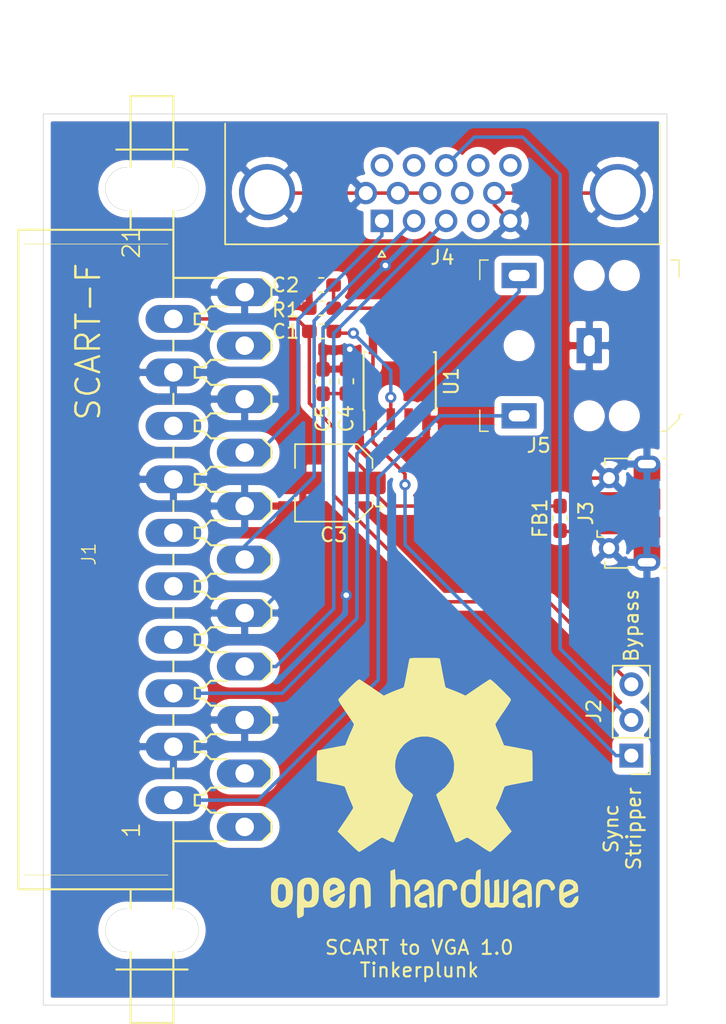
<source format=kicad_pcb>
(kicad_pcb (version 20171130) (host pcbnew "(5.1.0)-1")
  (layers (0 F.Cu signal) (31 B.Cu signal) (34 B.Paste user) (35 F.Paste user) (36 B.SilkS user) (37 F.SilkS user) (38 B.Mask user) (39 F.Mask user) (44 Edge.Cuts user))
  (net 0 "")
  (net 1 "Net-(C1-Pad1)")
  (net 2 SYNC_IN)
  (net 3 GND)
  (net 4 "Net-(C2-Pad1)")
  (net 5 "Net-(C3-Pad1)")
  (net 6 "Net-(FB1-Pad1)")
  (net 7 "Net-(J1-Pad1)")
  (net 8 RIGHT)
  (net 9 "Net-(J1-Pad3)")
  (net 10 LEFT)
  (net 11 BLUE)
  (net 12 "Net-(J1-Pad8)")
  (net 13 "Net-(J1-Pad10)")
  (net 14 GREEN)
  (net 15 "Net-(J1-Pad12)")
  (net 16 RED)
  (net 17 "Net-(J1-Pad16)")
  (net 18 "Net-(J1-Pad19)")
  (net 19 "Net-(J2-Pad1)")
  (net 20 SYNC_OUT)
  (net 21 "Net-(J3-Pad2)")
  (net 22 "Net-(J3-Pad4)")
  (net 23 "Net-(J3-Pad3)")
  (net 24 "Net-(J4-Pad4)")
  (net 25 "Net-(J4-Pad9)")
  (net 26 "Net-(J4-Pad11)")
  (net 27 "Net-(J4-Pad12)")
  (net 28 "Net-(J4-Pad14)")
  (net 29 "Net-(J4-Pad15)")
  (net 30 "Net-(U1-Pad3)")
  (net 31 "Net-(U1-Pad5)")
  (net 32 "Net-(U1-Pad7)")
  (module Connector_Dsub:DSUB-15-HD_Female_Horizontal_P2.29x1.98mm_EdgePinOffset3.03mm_Housed_MountingHolesOffset4.94mm (layer F.Cu) (at 103.632 78.613 180)
    (fp_text reference J4 (at 0.257 -7.817 180) (layer F.SilkS))
    (fp_text value DB15_Female_HighDensity)
    (pad 1 thru_hole rect (at 4.572 -5.207 180) (size 1.6 1.6) (drill 1) (layers *.Cu *.Mask) (net 16 RED))
    (pad 2 thru_hole circle (at 2.282 -5.207 180) (size 1.6 1.6) (drill 1) (layers *.Cu *.Mask) (net 14 GREEN))
    (pad 3 thru_hole circle (at -0.008 -5.207 180) (size 1.6 1.6) (drill 1) (layers *.Cu *.Mask) (net 11 BLUE))
    (pad 4 thru_hole circle (at -2.298 -5.207 180) (size 1.6 1.6) (drill 1) (layers *.Cu *.Mask) (net 24 "Net-(J4-Pad4)"))
    (pad 5 thru_hole circle (at -4.588 -5.207 180) (size 1.6 1.6) (drill 1) (layers *.Cu *.Mask) (net 3 GND))
    (pad 6 thru_hole circle (at 5.717 -3.227 180) (size 1.6 1.6) (drill 1) (layers *.Cu *.Mask) (net 3 GND))
    (pad 7 thru_hole circle (at 3.427 -3.227 180) (size 1.6 1.6) (drill 1) (layers *.Cu *.Mask) (net 3 GND))
    (pad 8 thru_hole circle (at 1.137 -3.227 180) (size 1.6 1.6) (drill 1) (layers *.Cu *.Mask) (net 3 GND))
    (pad 9 thru_hole circle (at -1.153 -3.227 180) (size 1.6 1.6) (drill 1) (layers *.Cu *.Mask) (net 25 "Net-(J4-Pad9)"))
    (pad 10 thru_hole circle (at -3.443 -3.227 180) (size 1.6 1.6) (drill 1) (layers *.Cu *.Mask) (net 3 GND))
    (pad 11 thru_hole circle (at 4.572 -1.247 180) (size 1.6 1.6) (drill 1) (layers *.Cu *.Mask) (net 26 "Net-(J4-Pad11)"))
    (pad 12 thru_hole circle (at 2.282 -1.247 180) (size 1.6 1.6) (drill 1) (layers *.Cu *.Mask) (net 27 "Net-(J4-Pad12)"))
    (pad 13 thru_hole circle (at -0.008 -1.247 180) (size 1.6 1.6) (drill 1) (layers *.Cu *.Mask) (net 20 SYNC_OUT))
    (pad 14 thru_hole circle (at -2.298 -1.247 180) (size 1.6 1.6) (drill 1) (layers *.Cu *.Mask) (net 28 "Net-(J4-Pad14)"))
    (pad 15 thru_hole circle (at -4.588 -1.247 180) (size 1.6 1.6) (drill 1) (layers *.Cu *.Mask) (net 29 "Net-(J4-Pad15)"))
    (pad 0 thru_hole circle (at -12.243 -3.157 180) (size 4 4) (drill 3.2) (layers *.Cu *.Mask) (net 3 GND))
    (pad 0 thru_hole circle (at 12.757 -3.157 180) (size 4 4) (drill 3.2) (layers *.Cu *.Mask) (net 3 GND))
  )
  (module Symbol:OSHW-Logo2_24.3x20mm_SilkScreen (layer F.Cu) (at 102.108 124.206)
    (fp_text reference REF** hide)
    (fp_text value OSHW-Logo2_24.3x20mm_SilkScreen hide)
  )
  (module digikey-footprints:Headphone_Jack_3.5mm_SJ1-3523N (layer F.Cu) (at 108.839 92.71 180)
    (fp_text reference J5 (at -1.397 -7.112 180) (layer F.SilkS))
    (fp_text value AudioJack3)
    (pad R thru_hole rect (at 0 -5 180) (size 2.5 1.8) (drill oval 1.5 0.8) (layers *.Cu *.Mask) (net 8 RIGHT))
    (pad T thru_hole rect (at 0 5 180) (size 2.5 1.8) (drill oval 1.5 0.8) (layers *.Cu *.Mask) (net 10 LEFT))
    (pad S thru_hole rect (at -5 0 180) (size 1.8 2.5) (drill oval 0.8 1.5) (layers *.Cu *.Mask) (net 3 GND))
    (pad "" np_thru_hole circle (at 0 0 180) (size 1.2 1.2) (drill 1.2) (layers *.Cu *.Mask))
    (pad "" np_thru_hole circle (at -5 -5 180) (size 1.2 1.2) (drill 1.2) (layers *.Cu *.Mask))
    (pad "" np_thru_hole circle (at -7.5 -5 180) (size 1.2 1.2) (drill 1.2) (layers *.Cu *.Mask))
    (pad "" np_thru_hole circle (at -5 5 180) (size 1.2 1.2) (drill 1.2) (layers *.Cu *.Mask))
    (pad "" np_thru_hole circle (at -7.5 5 180) (size 1.2 1.2) (drill 1.2) (layers *.Cu *.Mask))
  )
  (module Capacitor_SMD:C_0603_1608Metric_Pad1.05x0.95mm_HandSolder (layer F.Cu) (at 94.7674 91.694 180)
    (fp_text reference C1 (at 2.5654 0 180) (layer F.SilkS))
    (fp_text value 100nF)
    (pad 1 smd roundrect (at -0.875 0 180) (size 1.05 0.95) (layers F.Cu F.Paste F.Mask) (net 1 "Net-(C1-Pad1)"))
    (pad 2 smd roundrect (at 0.875 0 180) (size 1.05 0.95) (layers F.Cu F.Paste F.Mask) (net 2 SYNC_IN))
  )
  (module Capacitor_SMD:C_0603_1608Metric_Pad1.05x0.95mm_HandSolder (layer F.Cu) (at 94.742 88.392 180)
    (fp_text reference C2 (at 2.54 0 180) (layer F.SilkS))
    (fp_text value 100nF)
    (pad 2 smd roundrect (at 0.875 0 180) (size 1.05 0.95) (layers F.Cu F.Paste F.Mask) (net 3 GND))
    (pad 1 smd roundrect (at -0.875 0 180) (size 1.05 0.95) (layers F.Cu F.Paste F.Mask) (net 4 "Net-(C2-Pad1)"))
  )
  (module Capacitor_SMD:CP_Elec_5x5.3 (layer F.Cu) (at 95.631 102.489 180)
    (fp_text reference C3 (at 0 -3.7 180) (layer F.SilkS))
    (fp_text value 10uF)
    (pad 1 smd roundrect (at -2.2 0 180) (size 3 1.6) (layers F.Cu F.Paste F.Mask) (roundrect_rratio 0.15625) (net 5 "Net-(C3-Pad1)"))
    (pad 2 smd roundrect (at 2.2 0 180) (size 3 1.6) (layers F.Cu F.Paste F.Mask) (roundrect_rratio 0.15625) (net 3 GND))
  )
  (module Capacitor_SMD:C_0603_1608Metric_Pad1.05x0.95mm_HandSolder (layer F.Cu) (at 96.52 95.25 270)
    (fp_text reference C4 (at 2.667 0 270) (layer F.SilkS))
    (fp_text value 100nF)
    (pad 2 smd roundrect (at 0.875 0 270) (size 1.05 0.95) (layers F.Cu F.Paste F.Mask) (net 5 "Net-(C3-Pad1)"))
    (pad 1 smd roundrect (at -0.875 0 270) (size 1.05 0.95) (layers F.Cu F.Paste F.Mask) (net 3 GND))
  )
  (module Capacitor_SMD:C_0603_1608Metric_Pad1.05x0.95mm_HandSolder (layer F.Cu) (at 94.869 95.264 270)
    (fp_text reference C5 (at 2.653 0 270) (layer F.SilkS))
    (fp_text value 10nF)
    (pad 1 smd roundrect (at -0.875 0 270) (size 1.05 0.95) (layers F.Cu F.Paste F.Mask) (net 3 GND))
    (pad 2 smd roundrect (at 0.875 0 270) (size 1.05 0.95) (layers F.Cu F.Paste F.Mask) (net 5 "Net-(C3-Pad1)"))
  )
  (module Inductor_SMD:L_0603_1608Metric_Pad1.05x0.95mm_HandSolder (layer F.Cu) (at 111.76 105.015 90)
    (fp_text reference FB1 (at 0 -1.43 90) (layer F.SilkS))
    (fp_text value 220OHM)
    (pad 1 smd roundrect (at -0.875 0 90) (size 1.05 0.95) (layers F.Cu F.Paste F.Mask) (net 6 "Net-(FB1-Pad1)"))
    (pad 2 smd roundrect (at 0.875 0 90) (size 1.05 0.95) (layers F.Cu F.Paste F.Mask) (net 5 "Net-(C3-Pad1)"))
  )
  (module "SCART to DVI-A Compact:SCART-F" (layer F.Cu) (at 84.201 107.95 270)
    (fp_text reference J1 (at 0.508 5.461 270) (layer F.SilkS) (effects (font (size 0.9652 0.9652) (thickness 0.09652)) (justify left bottom)))
    (fp_text value SCART-F)
    (fp_line (start 24.892 3.302) (end 24.892 -0.254) (layer Edge.Cuts) (width 0.0024))
    (fp_arc (start 26.416 3.302) (end 24.892 3.302) (angle -180) (layer Edge.Cuts) (width 0.05))
    (fp_arc (start 26.416 -0.253999) (end 24.892 -0.254) (angle 180) (layer Edge.Cuts) (width 0.05))
    (fp_line (start 27.94 -0.254) (end 27.94 3.302) (layer Edge.Cuts) (width 0.0024))
    (fp_line (start -27.94 3.302) (end -27.94 -0.254) (layer Edge.Cuts) (width 0.0024))
    (fp_arc (start -26.416 3.302) (end -27.94 3.302) (angle -180) (layer Edge.Cuts) (width 0.05))
    (fp_arc (start -26.416 -0.253999) (end -27.94 -0.254) (angle 180) (layer Edge.Cuts) (width 0.05))
    (fp_line (start -24.892 -0.254) (end -24.892 3.302) (layer Edge.Cuts) (width 0.0024))
    (fp_text user 1 (at 19.939 2.286 270) (layer F.SilkS) (effects (font (size 1.2065 1.2065) (thickness 0.127)) (justify left bottom)))
    (fp_text user 21 (at -21.336 2.286 270) (layer F.SilkS) (effects (font (size 1.2065 1.2065) (thickness 0.127)) (justify left bottom)))
    (fp_text user SCART-F (at -9.779 5.08 270) (layer F.SilkS) (effects (font (size 1.6891 1.6891) (thickness 0.1778)) (justify left bottom)))
    (pad 1 thru_hole oval (at 19.05 -5.08) (size 3.9624 1.9812) (drill 1.3208) (layers *.Cu *.Mask) (net 7 "Net-(J1-Pad1)"))
    (pad 2 thru_hole oval (at 17.145 0) (size 3.9624 1.9812) (drill 1.3208) (layers *.Cu *.Mask) (net 8 RIGHT))
    (pad 3 thru_hole oval (at 15.24 -5.08) (size 3.9624 1.9812) (drill 1.3208) (layers *.Cu *.Mask) (net 9 "Net-(J1-Pad3)"))
    (pad 4 thru_hole oval (at 13.335 0) (size 3.9624 1.9812) (drill 1.3208) (layers *.Cu *.Mask) (net 3 GND))
    (pad 5 thru_hole oval (at 11.43 -5.08) (size 3.9624 1.9812) (drill 1.3208) (layers *.Cu *.Mask) (net 3 GND))
    (pad 6 thru_hole oval (at 9.525 0) (size 3.9624 1.9812) (drill 1.3208) (layers *.Cu *.Mask) (net 10 LEFT))
    (pad 7 thru_hole oval (at 7.62 -5.08) (size 3.9624 1.9812) (drill 1.3208) (layers *.Cu *.Mask) (net 11 BLUE))
    (pad 8 thru_hole oval (at 5.715 0) (size 3.9624 1.9812) (drill 1.3208) (layers *.Cu *.Mask) (net 12 "Net-(J1-Pad8)"))
    (pad 9 thru_hole oval (at 3.81 -5.08) (size 3.9624 1.9812) (drill 1.3208) (layers *.Cu *.Mask) (net 3 GND))
    (pad 10 thru_hole oval (at 1.905 0) (size 3.9624 1.9812) (drill 1.3208) (layers *.Cu *.Mask) (net 13 "Net-(J1-Pad10)"))
    (pad 11 thru_hole oval (at 0 -5.08) (size 3.9624 1.9812) (drill 1.3208) (layers *.Cu *.Mask) (net 14 GREEN))
    (pad 12 thru_hole oval (at -1.905 0) (size 3.9624 1.9812) (drill 1.3208) (layers *.Cu *.Mask) (net 15 "Net-(J1-Pad12)"))
    (pad 13 thru_hole oval (at -3.81 -5.08) (size 3.9624 1.9812) (drill 1.3208) (layers *.Cu *.Mask) (net 3 GND))
    (pad 14 thru_hole oval (at -5.715 0) (size 3.9624 1.9812) (drill 1.3208) (layers *.Cu *.Mask) (net 3 GND))
    (pad 15 thru_hole oval (at -7.62 -5.08) (size 3.9624 1.9812) (drill 1.3208) (layers *.Cu *.Mask) (net 16 RED))
    (pad 16 thru_hole oval (at -9.525 0) (size 3.9624 1.9812) (drill 1.3208) (layers *.Cu *.Mask) (net 17 "Net-(J1-Pad16)"))
    (pad 17 thru_hole oval (at -11.43 -5.08) (size 3.9624 1.9812) (drill 1.3208) (layers *.Cu *.Mask) (net 3 GND))
    (pad 18 thru_hole oval (at -13.335 0) (size 3.9624 1.9812) (drill 1.3208) (layers *.Cu *.Mask) (net 3 GND))
    (pad 19 thru_hole oval (at -15.24 -5.08) (size 3.9624 1.9812) (drill 1.3208) (layers *.Cu *.Mask) (net 18 "Net-(J1-Pad19)"))
    (pad 20 thru_hole oval (at -17.145 0) (size 3.9624 1.9812) (drill 1.3208) (layers *.Cu *.Mask) (net 2 SYNC_IN))
    (pad 21 thru_hole oval (at -19.05 -5.08) (size 3.9624 1.9812) (drill 1.3208) (layers *.Cu *.Mask) (net 3 GND))
    (pad "" np_thru_hole circle (at 26.416 -0.254 270) (size 3.0226 3.0226) (drill 3.0226) (layers *.Cu *.Mask))
    (pad "" np_thru_hole circle (at 26.416 3.302 270) (size 3.0226 3.0226) (drill 3.0226) (layers *.Cu *.Mask))
    (pad "" np_thru_hole circle (at -26.416 -0.254 270) (size 3.0226 3.0226) (drill 3.0226) (layers *.Cu *.Mask))
    (pad "" np_thru_hole circle (at -26.416 3.302 270) (size 3.0226 3.0226) (drill 3.0226) (layers *.Cu *.Mask))
  )
  (module Connector_PinHeader_2.54mm:PinHeader_1x03_P2.54mm_Vertical (layer F.Cu) (at 116.84 121.92 180)
    (fp_text reference J2 (at 2.667 3.175 270) (layer F.SilkS))
    (fp_text value Conn_01x03_Male)
    (pad 1 thru_hole rect (at 0 0 180) (size 1.7 1.7) (drill 1) (layers *.Cu *.Mask) (net 19 "Net-(J2-Pad1)"))
    (pad 2 thru_hole oval (at 0 2.54 180) (size 1.7 1.7) (drill 1) (layers *.Cu *.Mask) (net 20 SYNC_OUT))
    (pad 3 thru_hole oval (at 0 5.08 180) (size 1.7 1.7) (drill 1) (layers *.Cu *.Mask) (net 2 SYNC_IN))
  )
  (module Connector_USB:USB_Micro-B_Molex-105017-0001 (layer F.Cu) (at 116.713 104.648 90)
    (fp_text reference J3 (at 0 -3.1125 90) (layer F.SilkS))
    (fp_text value USB_B_Micro)
    (pad 6 smd rect (at 1 1.2375 90) (size 1.5 1.9) (layers F.Cu F.Paste F.Mask) (net 3 GND))
    (pad 6 thru_hole circle (at -2.5 -1.4625 90) (size 1.45 1.45) (drill 0.85) (layers *.Cu *.Mask) (net 3 GND))
    (pad 2 smd rect (at -0.65 -1.4625 90) (size 0.4 1.35) (layers F.Cu F.Paste F.Mask) (net 21 "Net-(J3-Pad2)"))
    (pad 1 smd rect (at -1.3 -1.4625 90) (size 0.4 1.35) (layers F.Cu F.Paste F.Mask) (net 6 "Net-(FB1-Pad1)"))
    (pad 5 smd rect (at 1.3 -1.4625 90) (size 0.4 1.35) (layers F.Cu F.Paste F.Mask) (net 3 GND))
    (pad 4 smd rect (at 0.65 -1.4625 90) (size 0.4 1.35) (layers F.Cu F.Paste F.Mask) (net 22 "Net-(J3-Pad4)"))
    (pad 3 smd rect (at 0 -1.4625 90) (size 0.4 1.35) (layers F.Cu F.Paste F.Mask) (net 23 "Net-(J3-Pad3)"))
    (pad 6 thru_hole circle (at 2.5 -1.4625 90) (size 1.45 1.45) (drill 0.85) (layers *.Cu *.Mask) (net 3 GND))
    (pad 6 smd rect (at -1 1.2375 90) (size 1.5 1.9) (layers F.Cu F.Paste F.Mask) (net 3 GND))
    (pad 6 thru_hole oval (at -3.5 1.2375 270) (size 1.2 1.9) (drill oval 0.6 1.3) (layers *.Cu *.Mask) (net 3 GND))
    (pad 6 thru_hole oval (at 3.5 1.2375 90) (size 1.2 1.9) (drill oval 0.6 1.3) (layers *.Cu *.Mask) (net 3 GND))
    (pad 6 smd rect (at 2.9 1.2375 90) (size 1.2 1.9) (layers F.Cu F.Mask) (net 3 GND))
    (pad 6 smd rect (at -2.9 1.2375 90) (size 1.2 1.9) (layers F.Cu F.Mask) (net 3 GND))
  )
  (module Resistor_SMD:R_0603_1608Metric_Pad1.05x0.95mm_HandSolder (layer F.Cu) (at 94.756 90.043 180)
    (fp_text reference R1 (at 2.554 -0.127 180) (layer F.SilkS))
    (fp_text value 680K)
    (pad 1 smd roundrect (at -0.875 0 180) (size 1.05 0.95) (layers F.Cu F.Paste F.Mask) (net 4 "Net-(C2-Pad1)"))
    (pad 2 smd roundrect (at 0.875 0 180) (size 1.05 0.95) (layers F.Cu F.Paste F.Mask) (net 3 GND))
  )
  (module Package_SO:SOIC-8_3.9x4.9mm_P1.27mm (layer F.Cu) (at 100.33 95.25 90)
    (fp_text reference U1 (at 0 3.683 90) (layer F.SilkS))
    (fp_text value LM1881)
    (pad 1 smd rect (at -2.7 -1.905 90) (size 1.55 0.6) (layers F.Cu F.Paste F.Mask) (net 19 "Net-(J2-Pad1)"))
    (pad 2 smd rect (at -2.7 -0.635 90) (size 1.55 0.6) (layers F.Cu F.Paste F.Mask) (net 1 "Net-(C1-Pad1)"))
    (pad 3 smd rect (at -2.7 0.635 90) (size 1.55 0.6) (layers F.Cu F.Paste F.Mask) (net 30 "Net-(U1-Pad3)"))
    (pad 4 smd rect (at -2.7 1.905 90) (size 1.55 0.6) (layers F.Cu F.Paste F.Mask) (net 3 GND))
    (pad 5 smd rect (at 2.7 1.905 90) (size 1.55 0.6) (layers F.Cu F.Paste F.Mask) (net 31 "Net-(U1-Pad5)"))
    (pad 6 smd rect (at 2.7 0.635 90) (size 1.55 0.6) (layers F.Cu F.Paste F.Mask) (net 4 "Net-(C2-Pad1)"))
    (pad 7 smd rect (at 2.7 -0.635 90) (size 1.55 0.6) (layers F.Cu F.Paste F.Mask) (net 32 "Net-(U1-Pad7)"))
    (pad 8 smd rect (at 2.7 -1.905 90) (size 1.55 0.6) (layers F.Cu F.Paste F.Mask) (net 5 "Net-(C3-Pad1)"))
  )
  (gr_text "SCART to VGA 1.0\nTinkerplunk" (at 101.727 136.398) (layer F.SilkS) (effects (font (size 1 1))))
  (gr_text "Sync\nStripper" (at 116.205 127.127 90) (layer F.SilkS) (effects (font (size 1 1))))
  (gr_text Bypass (at 116.84 112.649 90) (layer F.SilkS) (effects (font (size 1 1))))
  (gr_line (start 119.38 139.7) (end 111.76 139.7) (layer Edge.Cuts) (width 0.05))
  (gr_line (start 119.38 76.2) (end 119.38 139.7) (layer Edge.Cuts) (width 0.05))
  (gr_line (start 74.93 76.2) (end 119.38 76.2) (layer Edge.Cuts) (width 0.05))
  (gr_line (start 74.93 139.7) (end 111.76 139.7) (layer Edge.Cuts) (width 0.05))
  (gr_line (start 74.93 76.2) (end 74.93 139.7) (layer Edge.Cuts) (width 0.05))
  (via (at 99.695 96.393) (size 0.8) (drill 0.4) (layers F.Cu B.Cu) (net 1))
  (segment (start 99.695 97.95) (end 99.695 96.393) (width 0.25) (layer F.Cu) (net 1))
  (via (at 97.028 91.821) (size 0.8) (drill 0.4) (layers F.Cu B.Cu) (net 1))
  (segment (start 99.695 96.393) (end 99.695 94.488) (width 0.25) (layer B.Cu) (net 1))
  (segment (start 99.695 94.488) (end 97.028 91.821) (width 0.25) (layer B.Cu) (net 1))
  (segment (start 95.7694 91.821) (end 95.6424 91.694) (width 0.25) (layer F.Cu) (net 1))
  (segment (start 97.028 91.821) (end 95.7694 91.821) (width 0.25) (layer F.Cu) (net 1))
  (segment (start 93.0034 90.805) (end 93.8924 91.694) (width 0.25) (layer F.Cu) (net 2))
  (segment (start 84.201 90.805) (end 93.0034 90.805) (width 0.25) (layer F.Cu) (net 2))
  (segment (start 93.8924 92.269) (end 93.8924 91.694) (width 0.25) (layer F.Cu) (net 2))
  (segment (start 116.84 116.84) (end 110.95999 110.95999) (width 0.25) (layer F.Cu) (net 2))
  (segment (start 103.21299 110.95999) (end 95.631 103.378) (width 0.25) (layer F.Cu) (net 2))
  (segment (start 95.631 103.378) (end 95.631 98.552) (width 0.25) (layer F.Cu) (net 2))
  (segment (start 110.95999 110.95999) (end 103.21299 110.95999) (width 0.25) (layer F.Cu) (net 2))
  (segment (start 95.631 98.552) (end 93.8924 96.8134) (width 0.25) (layer F.Cu) (net 2))
  (segment (start 93.8924 96.8134) (end 93.8924 92.269) (width 0.25) (layer F.Cu) (net 2))
  (via (at 99.314 86.995) (size 0.8) (drill 0.4) (layers F.Cu B.Cu) (net 3))
  (via (at 96.774 92.964) (size 0.8) (drill 0.4) (layers F.Cu B.Cu) (net 3))
  (via (at 96.52 110.49) (size 0.8) (drill 0.4) (layers F.Cu B.Cu) (net 3))
  (segment (start 117.9505 107.548) (end 117.9505 101.148) (width 0.25) (layer F.Cu) (net 3))
  (segment (start 107.075 82.675) (end 108.22 83.82) (width 0.25) (layer F.Cu) (net 3))
  (segment (start 107.075 81.84) (end 107.075 82.675) (width 0.25) (layer F.Cu) (net 3))
  (segment (start 115.805 81.84) (end 115.875 81.77) (width 0.25) (layer F.Cu) (net 3))
  (segment (start 107.075 81.84) (end 115.805 81.84) (width 0.25) (layer F.Cu) (net 3))
  (segment (start 102.495 81.84) (end 97.915 81.84) (width 0.25) (layer F.Cu) (net 3))
  (segment (start 90.945 81.84) (end 90.875 81.77) (width 0.25) (layer F.Cu) (net 3))
  (segment (start 97.915 81.84) (end 90.945 81.84) (width 0.25) (layer F.Cu) (net 3))
  (segment (start 90.2716 111.76) (end 89.281 111.76) (width 0.25) (layer B.Cu) (net 3))
  (segment (start 94.869 107.1626) (end 90.2716 111.76) (width 0.25) (layer B.Cu) (net 3))
  (segment (start 99.314 86.995) (end 94.869 91.44) (width 0.25) (layer B.Cu) (net 3))
  (segment (start 94.869 91.44) (end 94.869 107.1626) (width 0.25) (layer B.Cu) (net 3))
  (segment (start 114.3255 103.348) (end 114.2285 103.251) (width 0.25) (layer F.Cu) (net 3))
  (segment (start 115.2505 103.348) (end 114.3255 103.348) (width 0.25) (layer F.Cu) (net 3))
  (segment (start 114.2285 103.251) (end 113.284 103.251) (width 0.25) (layer F.Cu) (net 3))
  (segment (start 113.284 103.251) (end 113.284 102.743) (width 0.25) (layer F.Cu) (net 3))
  (segment (start 113.879 102.148) (end 115.2505 102.148) (width 0.25) (layer F.Cu) (net 3))
  (segment (start 113.284 102.743) (end 113.879 102.148) (width 0.25) (layer F.Cu) (net 3))
  (segment (start 95.617 90.029) (end 95.631 90.043) (width 0.25) (layer F.Cu) (net 4))
  (segment (start 95.617 88.392) (end 95.617 90.029) (width 0.25) (layer F.Cu) (net 4))
  (segment (start 100.965 92.075) (end 100.965 92.55) (width 0.25) (layer F.Cu) (net 4))
  (segment (start 98.933 90.043) (end 100.965 92.075) (width 0.25) (layer F.Cu) (net 4))
  (segment (start 95.631 90.043) (end 98.933 90.043) (width 0.25) (layer F.Cu) (net 4))
  (segment (start 99.482 104.14) (end 97.831 102.489) (width 0.25) (layer F.Cu) (net 5))
  (segment (start 111.76 104.14) (end 99.482 104.14) (width 0.25) (layer F.Cu) (net 5))
  (segment (start 96.52 96.75) (end 96.52 96.125) (width 0.25) (layer F.Cu) (net 5))
  (segment (start 96.52 100.278) (end 96.52 96.75) (width 0.25) (layer F.Cu) (net 5))
  (segment (start 97.831 101.589) (end 96.52 100.278) (width 0.25) (layer F.Cu) (net 5))
  (segment (start 97.831 102.489) (end 97.831 101.589) (width 0.25) (layer F.Cu) (net 5))
  (segment (start 94.883 96.125) (end 94.869 96.139) (width 0.25) (layer F.Cu) (net 5))
  (segment (start 96.52 96.125) (end 94.883 96.125) (width 0.25) (layer F.Cu) (net 5))
  (segment (start 98.425 94.22) (end 96.52 96.125) (width 0.25) (layer F.Cu) (net 5))
  (segment (start 98.425 92.55) (end 98.425 94.22) (width 0.25) (layer F.Cu) (net 5))
  (segment (start 111.818 105.948) (end 111.76 105.89) (width 0.25) (layer F.Cu) (net 6))
  (segment (start 115.2505 105.948) (end 111.818 105.948) (width 0.25) (layer F.Cu) (net 6))
  (segment (start 107.339 97.71) (end 108.839 97.71) (width 0.25) (layer B.Cu) (net 8))
  (segment (start 103.204 97.71) (end 107.339 97.71) (width 0.25) (layer B.Cu) (net 8))
  (segment (start 98.806 102.108) (end 103.204 97.71) (width 0.25) (layer B.Cu) (net 8))
  (segment (start 98.806 116.516153) (end 98.806 102.108) (width 0.25) (layer B.Cu) (net 8))
  (segment (start 84.201 125.095) (end 90.227153 125.095) (width 0.25) (layer B.Cu) (net 8))
  (segment (start 90.227153 125.095) (end 98.806 116.516153) (width 0.25) (layer B.Cu) (net 8))
  (segment (start 108.839 88.86) (end 108.839 87.71) (width 0.25) (layer B.Cu) (net 10))
  (segment (start 97.282 100.417) (end 108.839 88.86) (width 0.25) (layer B.Cu) (net 10))
  (segment (start 97.282 112.141) (end 97.282 100.417) (width 0.25) (layer B.Cu) (net 10))
  (segment (start 84.201 117.475) (end 91.948 117.475) (width 0.25) (layer B.Cu) (net 10))
  (segment (start 91.948 117.475) (end 97.282 112.141) (width 0.25) (layer B.Cu) (net 10))
  (segment (start 91.5122 115.57) (end 95.631 111.4512) (width 0.25) (layer B.Cu) (net 11))
  (segment (start 89.281 115.57) (end 91.5122 115.57) (width 0.25) (layer B.Cu) (net 11))
  (segment (start 95.631 91.829) (end 103.64 83.82) (width 0.25) (layer B.Cu) (net 11))
  (segment (start 95.631 111.4512) (end 95.631 91.829) (width 0.25) (layer B.Cu) (net 11))
  (segment (start 89.281 106.991153) (end 94.234 102.038153) (width 0.25) (layer B.Cu) (net 14))
  (segment (start 89.281 107.95) (end 89.281 106.991153) (width 0.25) (layer B.Cu) (net 14))
  (segment (start 94.234 90.936) (end 101.35 83.82) (width 0.25) (layer B.Cu) (net 14))
  (segment (start 94.234 102.038153) (end 94.234 90.936) (width 0.25) (layer B.Cu) (net 14))
  (segment (start 90.2716 100.33) (end 93.091 97.5106) (width 0.25) (layer B.Cu) (net 16))
  (segment (start 89.281 100.33) (end 90.2716 100.33) (width 0.25) (layer B.Cu) (net 16))
  (segment (start 99.06 84.87) (end 99.06 83.82) (width 0.25) (layer B.Cu) (net 16))
  (segment (start 93.091 90.839) (end 99.06 84.87) (width 0.25) (layer B.Cu) (net 16))
  (segment (start 93.091 97.5106) (end 93.091 90.839) (width 0.25) (layer B.Cu) (net 16))
  (via (at 100.711 102.616) (size 0.8) (drill 0.4) (layers F.Cu B.Cu) (net 19))
  (segment (start 100.711 106.891) (end 100.711 102.616) (width 0.25) (layer B.Cu) (net 19))
  (segment (start 116.84 121.92) (end 115.74 121.92) (width 0.25) (layer B.Cu) (net 19))
  (segment (start 115.74 121.92) (end 100.711 106.891) (width 0.25) (layer B.Cu) (net 19))
  (segment (start 98.425 99.568) (end 98.425 97.95) (width 0.25) (layer F.Cu) (net 19))
  (segment (start 100.711 102.616) (end 100.711 101.854) (width 0.25) (layer F.Cu) (net 19))
  (segment (start 100.711 101.854) (end 98.425 99.568) (width 0.25) (layer F.Cu) (net 19))
  (segment (start 116.84 119.38) (end 111.76 114.3) (width 0.25) (layer B.Cu) (net 20))
  (segment (start 111.76 114.3) (end 111.76 80.518) (width 0.25) (layer B.Cu) (net 20))
  (segment (start 111.76 80.518) (end 109.093 77.851) (width 0.25) (layer B.Cu) (net 20))
  (segment (start 105.649 77.851) (end 103.64 79.86) (width 0.25) (layer B.Cu) (net 20))
  (segment (start 109.093 77.851) (end 105.649 77.851) (width 0.25) (layer B.Cu) (net 20))
  (zone (net 3) (net_name GND) (layer F.Cu) (connect_pads (clearance 0.508)) (min_thickness 0.254) (fill yes (arc_segments 32) (thermal_gap 0.508) (thermal_bridge_width 0.508))
    (polygon (pts (xy 74.803 76.073) (xy 119.507 76.073) (xy 119.507 139.827) (xy 74.803 139.827)))
  )
  (zone (net 3) (net_name GND) (layer B.Cu) (connect_pads (clearance 0.508)) (min_thickness 0.254) (fill yes (arc_segments 32) (thermal_gap 0.508) (thermal_bridge_width 0.508))
    (polygon (pts (xy 74.803 76.073) (xy 119.507 76.073) (xy 119.507 139.827) (xy 74.803 139.827)))
  )
)
</source>
